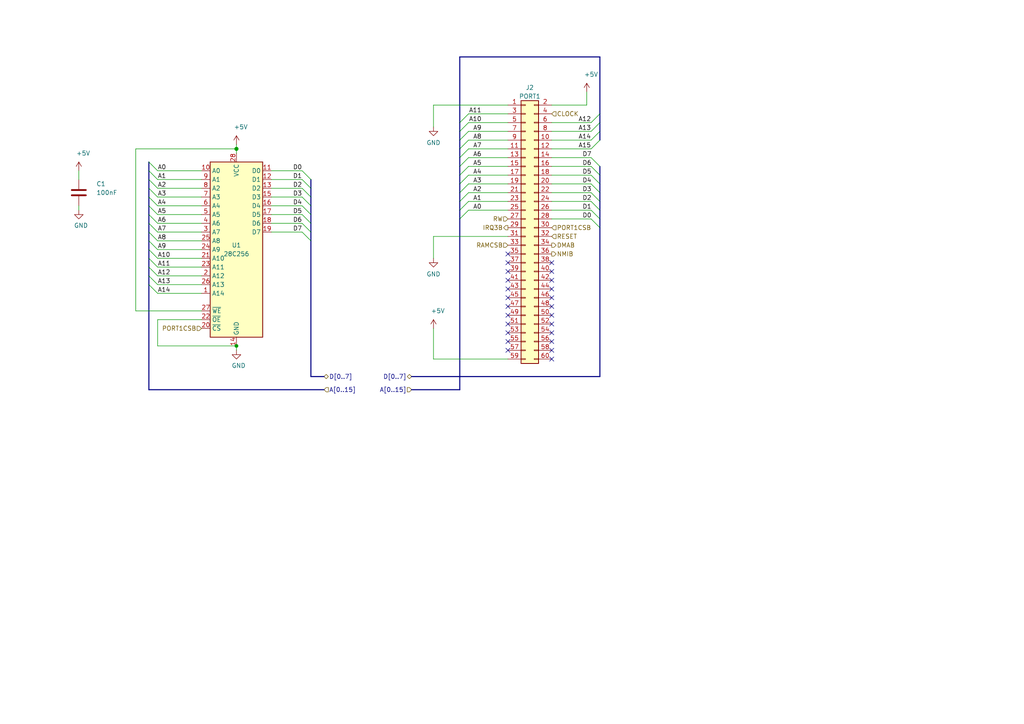
<source format=kicad_sch>
(kicad_sch (version 20230121) (generator eeschema)
  (paper "A4")
  (title_block (date "2023-05-19") (rev "v1.3"))
  (lib_symbols
    (symbol "Connector_Generic:Conn_02x30_Odd_Even" (pin_names (offset 1.016) hide)
      (property "Reference" "J" (at 1.27 38.1 0))
      (property "Value" "Conn_02x30_Odd_Even" (at 1.27 -40.64 0))
      (symbol "Conn_02x30_Odd_Even_1_1"
        (rectangle (start -1.27 -37.973) (end 0 -38.227) (stroke (width 0.1524)))
        (rectangle (start -1.27 -35.433) (end 0 -35.687) (stroke (width 0.1524)))
        (rectangle (start -1.27 -32.893) (end 0 -33.147) (stroke (width 0.1524)))
        (rectangle (start -1.27 -30.353) (end 0 -30.607) (stroke (width 0.1524)))
        (rectangle (start -1.27 -27.813) (end 0 -28.067) (stroke (width 0.1524)))
        (rectangle (start -1.27 -25.273) (end 0 -25.527) (stroke (width 0.1524)))
        (rectangle (start -1.27 -22.733) (end 0 -22.987) (stroke (width 0.1524)))
        (rectangle (start -1.27 -20.193) (end 0 -20.447) (stroke (width 0.1524)))
        (rectangle (start -1.27 -17.653) (end 0 -17.907) (stroke (width 0.1524)))
        (rectangle (start -1.27 -15.113) (end 0 -15.367) (stroke (width 0.1524)))
        (rectangle (start -1.27 -12.573) (end 0 -12.827) (stroke (width 0.1524)))
        (rectangle (start -1.27 -10.033) (end 0 -10.287) (stroke (width 0.1524)))
        (rectangle (start -1.27 -7.493) (end 0 -7.747) (stroke (width 0.1524)))
        (rectangle (start -1.27 -4.953) (end 0 -5.207) (stroke (width 0.1524)))
        (rectangle (start -1.27 -2.413) (end 0 -2.667) (stroke (width 0.1524)))
        (rectangle (start -1.27 0.127) (end 0 -0.127) (stroke (width 0.1524)))
        (rectangle (start -1.27 2.667) (end 0 2.413) (stroke (width 0.1524)))
        (rectangle (start -1.27 5.207) (end 0 4.953) (stroke (width 0.1524)))
        (rectangle (start -1.27 7.747) (end 0 7.493) (stroke (width 0.1524)))
        (rectangle (start -1.27 10.287) (end 0 10.033) (stroke (width 0.1524)))
        (rectangle (start -1.27 12.827) (end 0 12.573) (stroke (width 0.1524)))
        (rectangle (start -1.27 15.367) (end 0 15.113) (stroke (width 0.1524)))
        (rectangle (start -1.27 17.907) (end 0 17.653) (stroke (width 0.1524)))
        (rectangle (start -1.27 20.447) (end 0 20.193) (stroke (width 0.1524)))
        (rectangle (start -1.27 22.987) (end 0 22.733) (stroke (width 0.1524)))
        (rectangle (start -1.27 25.527) (end 0 25.273) (stroke (width 0.1524)))
        (rectangle (start -1.27 28.067) (end 0 27.813) (stroke (width 0.1524)))
        (rectangle (start -1.27 30.607) (end 0 30.353) (stroke (width 0.1524)))
        (rectangle (start -1.27 33.147) (end 0 32.893) (stroke (width 0.1524)))
        (rectangle (start -1.27 35.687) (end 0 35.433) (stroke (width 0.1524)))
        (rectangle (start -1.27 36.83) (end 3.81 -39.37) (stroke (width 0.254)) (fill (type background)))
        (rectangle (start 3.81 -37.973) (end 2.54 -38.227) (stroke (width 0.1524)))
        (rectangle (start 3.81 -35.433) (end 2.54 -35.687) (stroke (width 0.1524)))
        (rectangle (start 3.81 -32.893) (end 2.54 -33.147) (stroke (width 0.1524)))
        (rectangle (start 3.81 -30.353) (end 2.54 -30.607) (stroke (width 0.1524)))
        (rectangle (start 3.81 -27.813) (end 2.54 -28.067) (stroke (width 0.1524)))
        (rectangle (start 3.81 -25.273) (end 2.54 -25.527) (stroke (width 0.1524)))
        (rectangle (start 3.81 -22.733) (end 2.54 -22.987) (stroke (width 0.1524)))
        (rectangle (start 3.81 -20.193) (end 2.54 -20.447) (stroke (width 0.1524)))
        (rectangle (start 3.81 -17.653) (end 2.54 -17.907) (stroke (width 0.1524)))
        (rectangle (start 3.81 -15.113) (end 2.54 -15.367) (stroke (width 0.1524)))
        (rectangle (start 3.81 -12.573) (end 2.54 -12.827) (stroke (width 0.1524)))
        (rectangle (start 3.81 -10.033) (end 2.54 -10.287) (stroke (width 0.1524)))
        (rectangle (start 3.81 -7.493) (end 2.54 -7.747) (stroke (width 0.1524)))
        (rectangle (start 3.81 -4.953) (end 2.54 -5.207) (stroke (width 0.1524)))
        (rectangle (start 3.81 -2.413) (end 2.54 -2.667) (stroke (width 0.1524)))
        (rectangle (start 3.81 0.127) (end 2.54 -0.127) (stroke (width 0.1524)))
        (rectangle (start 3.81 2.667) (end 2.54 2.413) (stroke (width 0.1524)))
        (rectangle (start 3.81 5.207) (end 2.54 4.953) (stroke (width 0.1524)))
        (rectangle (start 3.81 7.747) (end 2.54 7.493) (stroke (width 0.1524)))
        (rectangle (start 3.81 10.287) (end 2.54 10.033) (stroke (width 0.1524)))
        (rectangle (start 3.81 12.827) (end 2.54 12.573) (stroke (width 0.1524)))
        (rectangle (start 3.81 15.367) (end 2.54 15.113) (stroke (width 0.1524)))
        (rectangle (start 3.81 17.907) (end 2.54 17.653) (stroke (width 0.1524)))
        (rectangle (start 3.81 20.447) (end 2.54 20.193) (stroke (width 0.1524)))
        (rectangle (start 3.81 22.987) (end 2.54 22.733) (stroke (width 0.1524)))
        (rectangle (start 3.81 25.527) (end 2.54 25.273) (stroke (width 0.1524)))
        (rectangle (start 3.81 28.067) (end 2.54 27.813) (stroke (width 0.1524)))
        (rectangle (start 3.81 30.607) (end 2.54 30.353) (stroke (width 0.1524)))
        (rectangle (start 3.81 33.147) (end 2.54 32.893) (stroke (width 0.1524)))
        (rectangle (start 3.81 35.687) (end 2.54 35.433) (stroke (width 0.1524)))
        (pin passive line (at -5.08 35.56 0) (length 3.81) (name "Pin_1") (number "1"))
        (pin passive line (at 7.62 25.4 180) (length 3.81) (name "Pin_10") (number "10"))
        (pin passive line (at -5.08 22.86 0) (length 3.81) (name "Pin_11") (number "11"))
        (pin passive line (at 7.62 22.86 180) (length 3.81) (name "Pin_12") (number "12"))
        (pin passive line (at -5.08 20.32 0) (length 3.81) (name "Pin_13") (number "13"))
        (pin passive line (at 7.62 20.32 180) (length 3.81) (name "Pin_14") (number "14"))
        (pin passive line (at -5.08 17.78 0) (length 3.81) (name "Pin_15") (number "15"))
        (pin passive line (at 7.62 17.78 180) (length 3.81) (name "Pin_16") (number "16"))
        (pin passive line (at -5.08 15.24 0) (length 3.81) (name "Pin_17") (number "17"))
        (pin passive line (at 7.62 15.24 180) (length 3.81) (name "Pin_18") (number "18"))
        (pin passive line (at -5.08 12.7 0) (length 3.81) (name "Pin_19") (number "19"))
        (pin passive line (at 7.62 35.56 180) (length 3.81) (name "Pin_2") (number "2"))
        (pin passive line (at 7.62 12.7 180) (length 3.81) (name "Pin_20") (number "20"))
        (pin passive line (at -5.08 10.16 0) (length 3.81) (name "Pin_21") (number "21"))
        (pin passive line (at 7.62 10.16 180) (length 3.81) (name "Pin_22") (number "22"))
        (pin passive line (at -5.08 7.62 0) (length 3.81) (name "Pin_23") (number "23"))
        (pin passive line (at 7.62 7.62 180) (length 3.81) (name "Pin_24") (number "24"))
        (pin passive line (at -5.08 5.08 0) (length 3.81) (name "Pin_25") (number "25"))
        (pin passive line (at 7.62 5.08 180) (length 3.81) (name "Pin_26") (number "26"))
        (pin passive line (at -5.08 2.54 0) (length 3.81) (name "Pin_27") (number "27"))
        (pin passive line (at 7.62 2.54 180) (length 3.81) (name "Pin_28") (number "28"))
        (pin passive line (at -5.08 0 0) (length 3.81) (name "Pin_29") (number "29"))
        (pin passive line (at -5.08 33.02 0) (length 3.81) (name "Pin_3") (number "3"))
        (pin passive line (at 7.62 0 180) (length 3.81) (name "Pin_30") (number "30"))
        (pin passive line (at -5.08 -2.54 0) (length 3.81) (name "Pin_31") (number "31"))
        (pin passive line (at 7.62 -2.54 180) (length 3.81) (name "Pin_32") (number "32"))
        (pin passive line (at -5.08 -5.08 0) (length 3.81) (name "Pin_33") (number "33"))
        (pin passive line (at 7.62 -5.08 180) (length 3.81) (name "Pin_34") (number "34"))
        (pin passive line (at -5.08 -7.62 0) (length 3.81) (name "Pin_35") (number "35"))
        (pin passive line (at 7.62 -7.62 180) (length 3.81) (name "Pin_36") (number "36"))
        (pin passive line (at -5.08 -10.16 0) (length 3.81) (name "Pin_37") (number "37"))
        (pin passive line (at 7.62 -10.16 180) (length 3.81) (name "Pin_38") (number "38"))
        (pin passive line (at -5.08 -12.7 0) (length 3.81) (name "Pin_39") (number "39"))
        (pin passive line (at 7.62 33.02 180) (length 3.81) (name "Pin_4") (number "4"))
        (pin passive line (at 7.62 -12.7 180) (length 3.81) (name "Pin_40") (number "40"))
        (pin passive line (at -5.08 -15.24 0) (length 3.81) (name "Pin_41") (number "41"))
        (pin passive line (at 7.62 -15.24 180) (length 3.81) (name "Pin_42") (number "42"))
        (pin passive line (at -5.08 -17.78 0) (length 3.81) (name "Pin_43") (number "43"))
        (pin passive line (at 7.62 -17.78 180) (length 3.81) (name "Pin_44") (number "44"))
        (pin passive line (at -5.08 -20.32 0) (length 3.81) (name "Pin_45") (number "45"))
        (pin passive line (at 7.62 -20.32 180) (length 3.81) (name "Pin_46") (number "46"))
        (pin passive line (at -5.08 -22.86 0) (length 3.81) (name "Pin_47") (number "47"))
        (pin passive line (at 7.62 -22.86 180) (length 3.81) (name "Pin_48") (number "48"))
        (pin passive line (at -5.08 -25.4 0) (length 3.81) (name "Pin_49") (number "49"))
        (pin passive line (at -5.08 30.48 0) (length 3.81) (name "Pin_5") (number "5"))
        (pin passive line (at 7.62 -25.4 180) (length 3.81) (name "Pin_50") (number "50"))
        (pin passive line (at -5.08 -27.94 0) (length 3.81) (name "Pin_51") (number "51"))
        (pin passive line (at 7.62 -27.94 180) (length 3.81) (name "Pin_52") (number "52"))
        (pin passive line (at -5.08 -30.48 0) (length 3.81) (name "Pin_53") (number "53"))
        (pin passive line (at 7.62 -30.48 180) (length 3.81) (name "Pin_54") (number "54"))
        (pin passive line (at -5.08 -33.02 0) (length 3.81) (name "Pin_55") (number "55"))
        (pin passive line (at 7.62 -33.02 180) (length 3.81) (name "Pin_56") (number "56"))
        (pin passive line (at -5.08 -35.56 0) (length 3.81) (name "Pin_57") (number "57"))
        (pin passive line (at 7.62 -35.56 180) (length 3.81) (name "Pin_58") (number "58"))
        (pin passive line (at -5.08 -38.1 0) (length 3.81) (name "Pin_59") (number "59"))
        (pin passive line (at 7.62 30.48 180) (length 3.81) (name "Pin_6") (number "6"))
        (pin passive line (at 7.62 -38.1 180) (length 3.81) (name "Pin_60") (number "60"))
        (pin passive line (at -5.08 27.94 0) (length 3.81) (name "Pin_7") (number "7"))
        (pin passive line (at 7.62 27.94 180) (length 3.81) (name "Pin_8") (number "8"))
        (pin passive line (at -5.08 25.4 0) (length 3.81) (name "Pin_9") (number "9"))
      )
    )
    (symbol "Device:C" (pin_numbers hide) (pin_names (offset 0.254))
      (property "Reference" "C" (at 0.635 2.54 0))
      (property "Value" "C" (at 0.635 -2.54 0))
      (symbol "C_0_1"
        (polyline (pts (xy -2.032 -0.762) (xy 2.032 -0.762)) (stroke (width 0.508)))
        (polyline (pts (xy -2.032 0.762) (xy 2.032 0.762)) (stroke (width 0.508)))
      )
      (symbol "C_1_1"
        (pin passive line (at 0 3.81 270) (length 2.794) (name "~") (number "1"))
        (pin passive line (at 0 -3.81 90) (length 2.794) (name "~") (number "2"))
      )
    )
    (symbol "Memory_EEPROM:28C256"
      (property "Reference" "U" (at -7.62 26.67 0))
      (property "Value" "28C256" (at 2.54 -26.67 0))
      (symbol "28C256_1_1"
        (rectangle (start -7.62 25.4) (end 7.62 -25.4) (stroke (width 0.254)) (fill (type background)))
        (pin input line (at -10.16 -12.7 0) (length 2.54) (name "A14") (number "1"))
        (pin input line (at -10.16 22.86 0) (length 2.54) (name "A0") (number "10"))
        (pin tri_state line (at 10.16 22.86 180) (length 2.54) (name "D0") (number "11"))
        (pin tri_state line (at 10.16 20.32 180) (length 2.54) (name "D1") (number "12"))
        (pin tri_state line (at 10.16 17.78 180) (length 2.54) (name "D2") (number "13"))
        (pin power_in line (at 0 -27.94 90) (length 2.54) (name "GND") (number "14"))
        (pin tri_state line (at 10.16 15.24 180) (length 2.54) (name "D3") (number "15"))
        (pin tri_state line (at 10.16 12.7 180) (length 2.54) (name "D4") (number "16"))
        (pin tri_state line (at 10.16 10.16 180) (length 2.54) (name "D5") (number "17"))
        (pin tri_state line (at 10.16 7.62 180) (length 2.54) (name "D6") (number "18"))
        (pin tri_state line (at 10.16 5.08 180) (length 2.54) (name "D7") (number "19"))
        (pin input line (at -10.16 -7.62 0) (length 2.54) (name "A12") (number "2"))
        (pin input line (at -10.16 -22.86 0) (length 2.54) (name "~{CS}") (number "20"))
        (pin input line (at -10.16 -2.54 0) (length 2.54) (name "A10") (number "21"))
        (pin input line (at -10.16 -20.32 0) (length 2.54) (name "~{OE}") (number "22"))
        (pin input line (at -10.16 -5.08 0) (length 2.54) (name "A11") (number "23"))
        (pin input line (at -10.16 0 0) (length 2.54) (name "A9") (number "24"))
        (pin input line (at -10.16 2.54 0) (length 2.54) (name "A8") (number "25"))
        (pin input line (at -10.16 -10.16 0) (length 2.54) (name "A13") (number "26"))
        (pin input line (at -10.16 -17.78 0) (length 2.54) (name "~{WE}") (number "27"))
        (pin power_in line (at 0 27.94 270) (length 2.54) (name "VCC") (number "28"))
        (pin input line (at -10.16 5.08 0) (length 2.54) (name "A7") (number "3"))
        (pin input line (at -10.16 7.62 0) (length 2.54) (name "A6") (number "4"))
        (pin input line (at -10.16 10.16 0) (length 2.54) (name "A5") (number "5"))
        (pin input line (at -10.16 12.7 0) (length 2.54) (name "A4") (number "6"))
        (pin input line (at -10.16 15.24 0) (length 2.54) (name "A3") (number "7"))
        (pin input line (at -10.16 17.78 0) (length 2.54) (name "A2") (number "8"))
        (pin input line (at -10.16 20.32 0) (length 2.54) (name "A1") (number "9"))
      )
    )
    (symbol "power:+5V" (power) (pin_names (offset 0))
      (property "Value" "+5V" (at 0 3.556 0))
      (symbol "+5V_0_1"
        (polyline (pts (xy -0.762 1.27) (xy 0 2.54)))
        (polyline (pts (xy 0 0) (xy 0 2.54)))
        (polyline (pts (xy 0 2.54) (xy 0.762 1.27)))
      )
      (symbol "+5V_1_1"
        (pin power_in line (at 0 0 90) (length 0) hide (name "+5V") (number "1"))
      )
    )
    (symbol "power:GND" (power) (pin_names (offset 0))
      (property "Value" "GND" (at 0 -3.81 0))
      (symbol "GND_0_1"
        (polyline (pts (xy 0 0) (xy 0 -1.27) (xy 1.27 -1.27) (xy 0 -2.54) (xy -1.27 -1.27) (xy 0 -1.27)))
      )
      (symbol "GND_1_1"
        (pin power_in line (at 0 0 270) (length 0) hide (name "GND") (number "1"))
      )
    )
  )
  (junction (at 68.58 43.18) (diameter 1.016))
  (junction (at 68.58 100.33))
  (no_connect (at 160.02 96.52))
  (no_connect (at 160.02 101.6))
  (no_connect (at 160.02 91.44))
  (no_connect (at 147.32 88.9))
  (no_connect (at 147.32 101.6))
  (no_connect (at 147.32 81.28))
  (no_connect (at 147.32 83.82))
  (no_connect (at 147.32 76.2))
  (no_connect (at 160.02 86.36))
  (no_connect (at 160.02 88.9))
  (no_connect (at 160.02 93.98))
  (no_connect (at 160.02 104.14))
  (no_connect (at 147.32 96.52))
  (no_connect (at 147.32 99.06))
  (no_connect (at 147.32 91.44))
  (no_connect (at 160.02 78.74))
  (no_connect (at 160.02 83.82))
  (no_connect (at 147.32 78.74))
  (no_connect (at 147.32 73.66))
  (no_connect (at 160.02 76.2))
  (no_connect (at 160.02 99.06))
  (no_connect (at 160.02 81.28))
  (no_connect (at 147.32 93.98))
  (no_connect (at 147.32 86.36))
  (bus_entry (at 43.18 77.47) (size 2.54 2.54) (stroke (width 0.1524)))
  (bus_entry (at 43.18 46.99) (size 2.54 2.54) (stroke (width 0.1524)))
  (bus_entry (at 173.99 35.56) (size -2.54 2.54) (stroke (width 0.1524)))
  (bus_entry (at 43.18 62.23) (size 2.54 2.54) (stroke (width 0.1524)))
  (bus_entry (at 87.63 54.61) (size 2.54 2.54) (stroke (width 0.1524)))
  (bus_entry (at 133.35 53.34) (size 2.54 -2.54) (stroke (width 0.1524)))
  (bus_entry (at 133.35 55.88) (size 2.54 -2.54) (stroke (width 0.1524)))
  (bus_entry (at 43.18 54.61) (size 2.54 2.54) (stroke (width 0.1524)))
  (bus_entry (at 87.63 49.53) (size 2.54 2.54) (stroke (width 0.1524)))
  (bus_entry (at 43.18 69.85) (size 2.54 2.54) (stroke (width 0.1524)))
  (bus_entry (at 133.35 50.8) (size 2.54 -2.54) (stroke (width 0.1524)))
  (bus_entry (at 87.63 57.15) (size 2.54 2.54) (stroke (width 0.1524)))
  (bus_entry (at 173.99 40.64) (size -2.54 2.54) (stroke (width 0.1524)))
  (bus_entry (at 43.18 52.07) (size 2.54 2.54) (stroke (width 0.1524)))
  (bus_entry (at 87.63 67.31) (size 2.54 2.54) (stroke (width 0.1524)))
  (bus_entry (at 43.18 74.93) (size 2.54 2.54) (stroke (width 0.1524)))
  (bus_entry (at 173.99 50.8) (size -2.54 -2.54) (stroke (width 0.1524)))
  (bus_entry (at 133.35 43.18) (size 2.54 -2.54) (stroke (width 0.1524)))
  (bus_entry (at 43.18 49.53) (size 2.54 2.54) (stroke (width 0.1524)))
  (bus_entry (at 173.99 58.42) (size -2.54 -2.54) (stroke (width 0.1524)))
  (bus_entry (at 43.18 59.69) (size 2.54 2.54) (stroke (width 0.1524)))
  (bus_entry (at 87.63 52.07) (size 2.54 2.54) (stroke (width 0.1524)))
  (bus_entry (at 173.99 48.26) (size -2.54 -2.54) (stroke (width 0.1524)))
  (bus_entry (at 43.18 82.55) (size 2.54 2.54) (stroke (width 0.1524)))
  (bus_entry (at 133.35 35.56) (size 2.54 -2.54) (stroke (width 0.1524)))
  (bus_entry (at 43.18 64.77) (size 2.54 2.54) (stroke (width 0.1524)))
  (bus_entry (at 173.99 55.88) (size -2.54 -2.54) (stroke (width 0.1524)))
  (bus_entry (at 43.18 57.15) (size 2.54 2.54) (stroke (width 0.1524)))
  (bus_entry (at 133.35 60.96) (size 2.54 -2.54) (stroke (width 0.1524)))
  (bus_entry (at 133.35 45.72) (size 2.54 -2.54) (stroke (width 0.1524)))
  (bus_entry (at 173.99 66.04) (size -2.54 -2.54) (stroke (width 0.1524)))
  (bus_entry (at 133.35 40.64) (size 2.54 -2.54) (stroke (width 0.1524)))
  (bus_entry (at 133.35 58.42) (size 2.54 -2.54) (stroke (width 0.1524)))
  (bus_entry (at 87.63 62.23) (size 2.54 2.54) (stroke (width 0.1524)))
  (bus_entry (at 133.35 38.1) (size 2.54 -2.54) (stroke (width 0.1524)))
  (bus_entry (at 173.99 38.1) (size -2.54 2.54) (stroke (width 0.1524)))
  (bus_entry (at 43.18 80.01) (size 2.54 2.54) (stroke (width 0.1524)))
  (bus_entry (at 173.99 63.5) (size -2.54 -2.54) (stroke (width 0.1524)))
  (bus_entry (at 87.63 59.69) (size 2.54 2.54) (stroke (width 0.1524)))
  (bus_entry (at 173.99 33.02) (size -2.54 2.54) (stroke (width 0.1524)))
  (bus_entry (at 133.35 63.5) (size 2.54 -2.54) (stroke (width 0.1524)))
  (bus_entry (at 43.18 67.31) (size 2.54 2.54) (stroke (width 0.1524)))
  (bus_entry (at 87.63 64.77) (size 2.54 2.54) (stroke (width 0.1524)))
  (bus_entry (at 133.35 48.26) (size 2.54 -2.54) (stroke (width 0.1524)))
  (bus_entry (at 173.99 53.34) (size -2.54 -2.54) (stroke (width 0.1524)))
  (bus_entry (at 173.99 60.96) (size -2.54 -2.54) (stroke (width 0.1524)))
  (bus_entry (at 43.18 72.39) (size 2.54 2.54) (stroke (width 0.1524)))
  (bus (pts (xy 133.35 60.96) (xy 133.35 63.5)))
  (bus (pts (xy 90.17 69.85) (xy 90.17 67.31)))
  (bus (pts (xy 119.38 113.03) (xy 133.35 113.03)))
  (wire (pts (xy 45.72 57.15) (xy 58.42 57.15)))
  (wire (pts (xy 125.73 30.48) (xy 125.73 36.83)))
  (bus (pts (xy 43.18 74.93) (xy 43.18 77.47)))
  (wire (pts (xy 125.73 68.58) (xy 125.73 74.93)))
  (wire (pts (xy 160.02 48.26) (xy 171.45 48.26)))
  (wire (pts (xy 68.58 100.33) (xy 68.58 101.6)))
  (wire (pts (xy 147.32 68.58) (xy 125.73 68.58)))
  (wire (pts (xy 45.72 52.07) (xy 58.42 52.07)))
  (wire (pts (xy 160.02 50.8) (xy 171.45 50.8)))
  (bus (pts (xy 133.35 53.34) (xy 133.35 55.88)))
  (bus (pts (xy 133.35 50.8) (xy 133.35 53.34)))
  (bus (pts (xy 90.17 54.61) (xy 90.17 52.07)))
  (wire (pts (xy 22.86 59.69) (xy 22.86 60.96)))
  (wire (pts (xy 170.18 30.48) (xy 170.18 26.67)))
  (bus (pts (xy 133.35 43.18) (xy 133.35 45.72)))
  (wire (pts (xy 78.74 59.69) (xy 87.63 59.69)))
  (bus (pts (xy 43.18 59.69) (xy 43.18 62.23)))
  (wire (pts (xy 45.72 77.47) (xy 58.42 77.47)))
  (wire (pts (xy 125.73 30.48) (xy 147.32 30.48)))
  (wire (pts (xy 68.58 43.18) (xy 68.58 44.45)))
  (wire (pts (xy 39.37 90.17) (xy 39.37 43.18)))
  (bus (pts (xy 43.18 77.47) (xy 43.18 80.01)))
  (bus (pts (xy 173.99 33.02) (xy 173.99 35.56)))
  (wire (pts (xy 78.74 62.23) (xy 87.63 62.23)))
  (wire (pts (xy 160.02 60.96) (xy 171.45 60.96)))
  (bus (pts (xy 43.18 80.01) (xy 43.18 82.55)))
  (bus (pts (xy 133.35 16.51) (xy 133.35 35.56)))
  (wire (pts (xy 45.72 49.53) (xy 58.42 49.53)))
  (wire (pts (xy 171.45 43.18) (xy 160.02 43.18)))
  (wire (pts (xy 45.72 100.33) (xy 68.58 100.33)))
  (bus (pts (xy 90.17 64.77) (xy 90.17 62.23)))
  (wire (pts (xy 45.72 69.85) (xy 58.42 69.85)))
  (wire (pts (xy 135.89 43.18) (xy 147.32 43.18)))
  (wire (pts (xy 45.72 59.69) (xy 58.42 59.69)))
  (bus (pts (xy 43.18 64.77) (xy 43.18 67.31)))
  (bus (pts (xy 133.35 38.1) (xy 133.35 40.64)))
  (wire (pts (xy 45.72 80.01) (xy 58.42 80.01)))
  (wire (pts (xy 45.72 85.09) (xy 58.42 85.09)))
  (bus (pts (xy 173.99 66.04) (xy 173.99 109.22)))
  (bus (pts (xy 133.35 35.56) (xy 133.35 38.1)))
  (wire (pts (xy 135.89 55.88) (xy 147.32 55.88)))
  (wire (pts (xy 45.72 82.55) (xy 58.42 82.55)))
  (bus (pts (xy 173.99 38.1) (xy 173.99 40.64)))
  (wire (pts (xy 135.89 45.72) (xy 147.32 45.72)))
  (wire (pts (xy 78.74 64.77) (xy 87.63 64.77)))
  (bus (pts (xy 43.18 52.07) (xy 43.18 54.61)))
  (wire (pts (xy 135.89 33.02) (xy 147.32 33.02)))
  (bus (pts (xy 43.18 49.53) (xy 43.18 52.07)))
  (bus (pts (xy 43.18 113.03) (xy 93.98 113.03)))
  (bus (pts (xy 173.99 16.51) (xy 133.35 16.51)))
  (bus (pts (xy 43.18 72.39) (xy 43.18 74.93)))
  (wire (pts (xy 45.72 92.71) (xy 45.72 100.33)))
  (wire (pts (xy 135.89 35.56) (xy 147.32 35.56)))
  (bus (pts (xy 90.17 67.31) (xy 90.17 64.77)))
  (bus (pts (xy 173.99 33.02) (xy 173.99 16.51)))
  (wire (pts (xy 125.73 95.25) (xy 125.73 104.14)))
  (wire (pts (xy 45.72 64.77) (xy 58.42 64.77)))
  (wire (pts (xy 160.02 63.5) (xy 171.45 63.5)))
  (wire (pts (xy 160.02 58.42) (xy 171.45 58.42)))
  (bus (pts (xy 43.18 46.99) (xy 43.18 49.53)))
  (bus (pts (xy 173.99 58.42) (xy 173.99 55.88)))
  (wire (pts (xy 45.72 54.61) (xy 58.42 54.61)))
  (bus (pts (xy 90.17 62.23) (xy 90.17 59.69)))
  (wire (pts (xy 135.89 38.1) (xy 147.32 38.1)))
  (bus (pts (xy 173.99 58.42) (xy 173.99 60.96)))
  (wire (pts (xy 160.02 30.48) (xy 170.18 30.48)))
  (wire (pts (xy 135.89 58.42) (xy 147.32 58.42)))
  (wire (pts (xy 78.74 57.15) (xy 87.63 57.15)))
  (bus (pts (xy 43.18 57.15) (xy 43.18 59.69)))
  (bus (pts (xy 133.35 58.42) (xy 133.35 60.96)))
  (bus (pts (xy 133.35 63.5) (xy 133.35 113.03)))
  (wire (pts (xy 171.45 35.56) (xy 160.02 35.56)))
  (bus (pts (xy 133.35 55.88) (xy 133.35 58.42)))
  (wire (pts (xy 160.02 55.88) (xy 171.45 55.88)))
  (wire (pts (xy 135.89 60.96) (xy 147.32 60.96)))
  (bus (pts (xy 173.99 50.8) (xy 173.99 53.34)))
  (bus (pts (xy 173.99 63.5) (xy 173.99 66.04)))
  (wire (pts (xy 135.89 40.64) (xy 147.32 40.64)))
  (bus (pts (xy 43.18 69.85) (xy 43.18 72.39)))
  (wire (pts (xy 78.74 54.61) (xy 87.63 54.61)))
  (wire (pts (xy 78.74 52.07) (xy 87.63 52.07)))
  (wire (pts (xy 78.74 67.31) (xy 87.63 67.31)))
  (bus (pts (xy 119.38 109.22) (xy 173.99 109.22)))
  (wire (pts (xy 39.37 43.18) (xy 68.58 43.18)))
  (wire (pts (xy 125.73 104.14) (xy 147.32 104.14)))
  (bus (pts (xy 173.99 53.34) (xy 173.99 55.88)))
  (bus (pts (xy 90.17 59.69) (xy 90.17 57.15)))
  (wire (pts (xy 58.42 92.71) (xy 45.72 92.71)))
  (wire (pts (xy 45.72 67.31) (xy 58.42 67.31)))
  (bus (pts (xy 133.35 48.26) (xy 133.35 50.8)))
  (bus (pts (xy 90.17 57.15) (xy 90.17 54.61)))
  (bus (pts (xy 133.35 45.72) (xy 133.35 48.26)))
  (wire (pts (xy 160.02 45.72) (xy 171.45 45.72)))
  (wire (pts (xy 135.89 48.26) (xy 147.32 48.26)))
  (bus (pts (xy 90.17 69.85) (xy 90.17 109.22)))
  (wire (pts (xy 22.86 49.53) (xy 22.86 52.07)))
  (bus (pts (xy 173.99 48.26) (xy 173.99 50.8)))
  (wire (pts (xy 171.45 40.64) (xy 160.02 40.64)))
  (bus (pts (xy 133.35 40.64) (xy 133.35 43.18)))
  (bus (pts (xy 173.99 60.96) (xy 173.99 63.5)))
  (wire (pts (xy 45.72 62.23) (xy 58.42 62.23)))
  (bus (pts (xy 43.18 67.31) (xy 43.18 69.85)))
  (wire (pts (xy 45.72 74.93) (xy 58.42 74.93)))
  (wire (pts (xy 160.02 53.34) (xy 171.45 53.34)))
  (wire (pts (xy 135.89 50.8) (xy 147.32 50.8)))
  (bus (pts (xy 173.99 35.56) (xy 173.99 38.1)))
  (wire (pts (xy 45.72 72.39) (xy 58.42 72.39)))
  (wire (pts (xy 135.89 53.34) (xy 147.32 53.34)))
  (bus (pts (xy 43.18 54.61) (xy 43.18 57.15)))
  (wire (pts (xy 171.45 38.1) (xy 160.02 38.1)))
  (wire (pts (xy 78.74 49.53) (xy 87.63 49.53)))
  (bus (pts (xy 43.18 82.55) (xy 43.18 113.03)))
  (bus (pts (xy 90.17 109.22) (xy 93.98 109.22)))
  (wire (pts (xy 58.42 90.17) (xy 39.37 90.17)))
  (bus (pts (xy 43.18 62.23) (xy 43.18 64.77)))
  (wire (pts (xy 68.58 41.91) (xy 68.58 43.18)))
  (label "A0" (at 45.72 49.53 0))
  (label "D2" (at 87.63 54.61 180))
  (label "D6" (at 168.91 48.26 0))
  (label "D5" (at 168.91 50.8 0))
  (label "A11" (at 139.7 33.02 180))
  (label "D7" (at 168.91 45.72 0))
  (label "A9" (at 139.7 38.1 180))
  (label "A12" (at 171.45 35.56 180))
  (label "D7" (at 87.63 67.31 180))
  (label "D2" (at 168.91 58.42 0))
  (label "A11" (at 45.72 77.47 0))
  (label "D5" (at 87.63 62.23 180))
  (label "A12" (at 45.72 80.01 0))
  (label "A5" (at 139.7 48.26 180))
  (label "A8" (at 45.72 69.85 0))
  (label "A6" (at 139.7 45.72 180))
  (label "A1" (at 45.72 52.07 0))
  (label "A4" (at 139.7 50.8 180))
  (label "A3" (at 139.7 53.34 180))
  (label "A4" (at 45.72 59.69 0))
  (label "A1" (at 139.7 58.42 180))
  (label "D1" (at 168.91 60.96 0))
  (label "A8" (at 139.7 40.64 180))
  (label "A2" (at 45.72 54.61 0))
  (label "D0" (at 87.63 49.53 180))
  (label "D3" (at 87.63 57.15 180))
  (label "A10" (at 45.72 74.93 0))
  (label "D4" (at 168.91 53.34 0))
  (label "A14" (at 171.45 40.64 180))
  (label "D0" (at 168.91 63.5 0))
  (label "A0" (at 139.7 60.96 180))
  (label "A7" (at 45.72 67.31 0))
  (label "A14" (at 45.72 85.09 0))
  (label "A7" (at 139.7 43.18 180))
  (label "D6" (at 87.63 64.77 180))
  (label "D3" (at 168.91 55.88 0))
  (label "D4" (at 87.63 59.69 180))
  (label "A5" (at 45.72 62.23 0))
  (label "A6" (at 45.72 64.77 0))
  (label "A3" (at 45.72 57.15 0))
  (label "A13" (at 171.45 38.1 180))
  (label "A2" (at 139.7 55.88 180))
  (label "A10" (at 139.7 35.56 180))
  (label "A9" (at 45.72 72.39 0))
  (label "D1" (at 87.63 52.07 180))
  (label "A15" (at 171.45 43.18 180))
  (label "A13" (at 45.72 82.55 0))
  (hierarchical_label "PORT1CSB" (shape input) (at 160.02 66.04 0))
  (hierarchical_label "RAMCSB" (shape input) (at 147.32 71.12 180))
  (hierarchical_label "D[0..7]" (shape bidirectional) (at 93.98 109.22 0))
  (hierarchical_label "D[0..7]" (shape bidirectional) (at 119.38 109.22 180))
  (hierarchical_label "RW" (shape input) (at 147.32 63.5 180))
  (hierarchical_label "A[0..15]" (shape input) (at 93.98 113.03 0))
  (hierarchical_label "CLOCK" (shape input) (at 160.02 33.02 0))
  (hierarchical_label "IRQ3B" (shape output) (at 147.32 66.04 180))
  (hierarchical_label "RESET" (shape input) (at 160.02 68.58 0))
  (hierarchical_label "A[0..15]" (shape input) (at 119.38 113.03 180))
  (hierarchical_label "NMIB" (shape output) (at 160.02 73.66 0))
  (hierarchical_label "DMAB" (shape output) (at 160.02 71.12 0))
  (hierarchical_label "PORT1CSB" (shape input) (at 58.42 95.25 180))
  (symbol (lib_id "power:GND") (at 125.73 36.83 0) (mirror y) (unit 1)
    (property "Reference" "#PWR08" (effects hide))
    (property "Value" "GND" (at 125.73 41.402 0))
  )
  (symbol (lib_id "Memory_EEPROM:28C256") (at 68.58 72.39 0) (unit 1)
    (property "Reference" "U1" (at 68.58 71.12 0))
    (property "Value" "28C256" (at 68.58 73.66 0))
    (property "Footprint" "Package_DIP:DIP-28_W15.24mm" (effects hide))
    (property "Datasheet" "http://ww1.microchip.com/downloads/en/DeviceDoc/doc0006.pdf" (effects hide))
  )
  (symbol (lib_id "power:+5V") (at 170.18 26.67 0) (unit 1)
    (property "Reference" "#PWR011" (effects hide))
    (property "Value" "+5V" (at 171.45 21.59 0))
  )
  (symbol (lib_id "power:GND") (at 68.58 101.6 0) (unit 1)
    (property "Reference" "#PWR02" (effects hide))
    (property "Value" "GND" (at 69.215 106.045 0))
  )
  (symbol (lib_id "Device:C") (at 22.86 55.88 0) (unit 1)
    (property "Reference" "C1" (at 27.94 53.34 0) (effects (justify left)))
    (property "Value" "100nF" (at 27.94 55.88 0) (effects (justify left)))
    (property "Footprint" "Capacitor_THT:C_Disc_D5.0mm_W2.5mm_P2.50mm" (effects hide))
  )
  (symbol (lib_id "Connector_Generic:Conn_02x30_Odd_Even") (at 152.4 66.04 0) (unit 1)
    (property "Reference" "J2" (at 153.67 25.4 0))
    (property "Value" "PORT1" (at 153.67 27.94 0))
    (property "Footprint" "NESConnector:NES_PCBEdge" (effects hide))
  )
  (symbol (lib_id "power:+5V") (at 68.58 41.91 0) (unit 1)
    (property "Reference" "#PWR01" (effects hide))
    (property "Value" "+5V" (at 69.85 36.83 0))
  )
  (symbol (lib_id "power:+5V") (at 125.73 95.25 0) (unit 1)
    (property "Reference" "#PWR010" (effects hide))
    (property "Value" "+5V" (at 127 90.17 0))
  )
  (symbol (lib_id "power:+5V") (at 22.86 49.53 0) (unit 1)
    (property "Reference" "#PWR03" (effects hide))
    (property "Value" "+5V" (at 24.13 44.45 0))
  )
  (symbol (lib_id "power:GND") (at 22.86 60.96 0) (unit 1)
    (property "Reference" "#PWR04" (effects hide))
    (property "Value" "GND" (at 23.495 65.405 0))
  )
  (symbol (lib_id "power:GND") (at 125.73 74.93 0) (mirror y) (unit 1)
    (property "Reference" "#PWR09" (effects hide))
    (property "Value" "GND" (at 125.73 79.502 0))
  )
)
</source>
